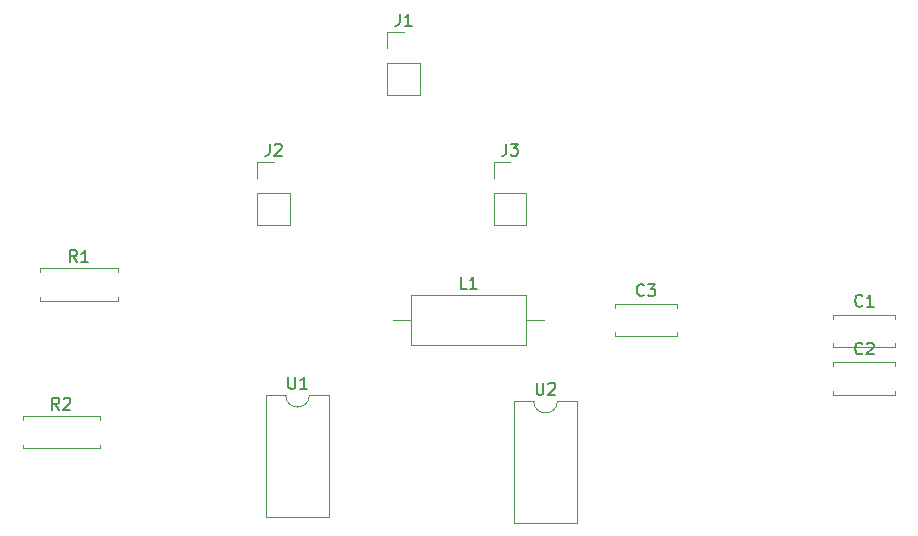
<source format=gbr>
%TF.GenerationSoftware,KiCad,Pcbnew,9.0.3-9.0.3-0~ubuntu24.04.1*%
%TF.CreationDate,2025-12-18T18:23:40+05:30*%
%TF.ProjectId,Class_D_Amp_Discrete,436c6173-735f-4445-9f41-6d705f446973,rev?*%
%TF.SameCoordinates,Original*%
%TF.FileFunction,Legend,Top*%
%TF.FilePolarity,Positive*%
%FSLAX46Y46*%
G04 Gerber Fmt 4.6, Leading zero omitted, Abs format (unit mm)*
G04 Created by KiCad (PCBNEW 9.0.3-9.0.3-0~ubuntu24.04.1) date 2025-12-18 18:23:40*
%MOMM*%
%LPD*%
G01*
G04 APERTURE LIST*
%ADD10C,0.150000*%
%ADD11C,0.120000*%
G04 APERTURE END LIST*
D10*
X135333333Y-97584819D02*
X135000000Y-97108628D01*
X134761905Y-97584819D02*
X134761905Y-96584819D01*
X134761905Y-96584819D02*
X135142857Y-96584819D01*
X135142857Y-96584819D02*
X135238095Y-96632438D01*
X135238095Y-96632438D02*
X135285714Y-96680057D01*
X135285714Y-96680057D02*
X135333333Y-96775295D01*
X135333333Y-96775295D02*
X135333333Y-96918152D01*
X135333333Y-96918152D02*
X135285714Y-97013390D01*
X135285714Y-97013390D02*
X135238095Y-97061009D01*
X135238095Y-97061009D02*
X135142857Y-97108628D01*
X135142857Y-97108628D02*
X134761905Y-97108628D01*
X135714286Y-96680057D02*
X135761905Y-96632438D01*
X135761905Y-96632438D02*
X135857143Y-96584819D01*
X135857143Y-96584819D02*
X136095238Y-96584819D01*
X136095238Y-96584819D02*
X136190476Y-96632438D01*
X136190476Y-96632438D02*
X136238095Y-96680057D01*
X136238095Y-96680057D02*
X136285714Y-96775295D01*
X136285714Y-96775295D02*
X136285714Y-96870533D01*
X136285714Y-96870533D02*
X136238095Y-97013390D01*
X136238095Y-97013390D02*
X135666667Y-97584819D01*
X135666667Y-97584819D02*
X136285714Y-97584819D01*
X136833333Y-85084819D02*
X136500000Y-84608628D01*
X136261905Y-85084819D02*
X136261905Y-84084819D01*
X136261905Y-84084819D02*
X136642857Y-84084819D01*
X136642857Y-84084819D02*
X136738095Y-84132438D01*
X136738095Y-84132438D02*
X136785714Y-84180057D01*
X136785714Y-84180057D02*
X136833333Y-84275295D01*
X136833333Y-84275295D02*
X136833333Y-84418152D01*
X136833333Y-84418152D02*
X136785714Y-84513390D01*
X136785714Y-84513390D02*
X136738095Y-84561009D01*
X136738095Y-84561009D02*
X136642857Y-84608628D01*
X136642857Y-84608628D02*
X136261905Y-84608628D01*
X137785714Y-85084819D02*
X137214286Y-85084819D01*
X137500000Y-85084819D02*
X137500000Y-84084819D01*
X137500000Y-84084819D02*
X137404762Y-84227676D01*
X137404762Y-84227676D02*
X137309524Y-84322914D01*
X137309524Y-84322914D02*
X137214286Y-84370533D01*
X154743095Y-94814819D02*
X154743095Y-95624342D01*
X154743095Y-95624342D02*
X154790714Y-95719580D01*
X154790714Y-95719580D02*
X154838333Y-95767200D01*
X154838333Y-95767200D02*
X154933571Y-95814819D01*
X154933571Y-95814819D02*
X155124047Y-95814819D01*
X155124047Y-95814819D02*
X155219285Y-95767200D01*
X155219285Y-95767200D02*
X155266904Y-95719580D01*
X155266904Y-95719580D02*
X155314523Y-95624342D01*
X155314523Y-95624342D02*
X155314523Y-94814819D01*
X156314523Y-95814819D02*
X155743095Y-95814819D01*
X156028809Y-95814819D02*
X156028809Y-94814819D01*
X156028809Y-94814819D02*
X155933571Y-94957676D01*
X155933571Y-94957676D02*
X155838333Y-95052914D01*
X155838333Y-95052914D02*
X155743095Y-95100533D01*
X175743095Y-95314819D02*
X175743095Y-96124342D01*
X175743095Y-96124342D02*
X175790714Y-96219580D01*
X175790714Y-96219580D02*
X175838333Y-96267200D01*
X175838333Y-96267200D02*
X175933571Y-96314819D01*
X175933571Y-96314819D02*
X176124047Y-96314819D01*
X176124047Y-96314819D02*
X176219285Y-96267200D01*
X176219285Y-96267200D02*
X176266904Y-96219580D01*
X176266904Y-96219580D02*
X176314523Y-96124342D01*
X176314523Y-96124342D02*
X176314523Y-95314819D01*
X176743095Y-95410057D02*
X176790714Y-95362438D01*
X176790714Y-95362438D02*
X176885952Y-95314819D01*
X176885952Y-95314819D02*
X177124047Y-95314819D01*
X177124047Y-95314819D02*
X177219285Y-95362438D01*
X177219285Y-95362438D02*
X177266904Y-95410057D01*
X177266904Y-95410057D02*
X177314523Y-95505295D01*
X177314523Y-95505295D02*
X177314523Y-95600533D01*
X177314523Y-95600533D02*
X177266904Y-95743390D01*
X177266904Y-95743390D02*
X176695476Y-96314819D01*
X176695476Y-96314819D02*
X177314523Y-96314819D01*
X203333333Y-92809580D02*
X203285714Y-92857200D01*
X203285714Y-92857200D02*
X203142857Y-92904819D01*
X203142857Y-92904819D02*
X203047619Y-92904819D01*
X203047619Y-92904819D02*
X202904762Y-92857200D01*
X202904762Y-92857200D02*
X202809524Y-92761961D01*
X202809524Y-92761961D02*
X202761905Y-92666723D01*
X202761905Y-92666723D02*
X202714286Y-92476247D01*
X202714286Y-92476247D02*
X202714286Y-92333390D01*
X202714286Y-92333390D02*
X202761905Y-92142914D01*
X202761905Y-92142914D02*
X202809524Y-92047676D01*
X202809524Y-92047676D02*
X202904762Y-91952438D01*
X202904762Y-91952438D02*
X203047619Y-91904819D01*
X203047619Y-91904819D02*
X203142857Y-91904819D01*
X203142857Y-91904819D02*
X203285714Y-91952438D01*
X203285714Y-91952438D02*
X203333333Y-92000057D01*
X203714286Y-92000057D02*
X203761905Y-91952438D01*
X203761905Y-91952438D02*
X203857143Y-91904819D01*
X203857143Y-91904819D02*
X204095238Y-91904819D01*
X204095238Y-91904819D02*
X204190476Y-91952438D01*
X204190476Y-91952438D02*
X204238095Y-92000057D01*
X204238095Y-92000057D02*
X204285714Y-92095295D01*
X204285714Y-92095295D02*
X204285714Y-92190533D01*
X204285714Y-92190533D02*
X204238095Y-92333390D01*
X204238095Y-92333390D02*
X203666667Y-92904819D01*
X203666667Y-92904819D02*
X204285714Y-92904819D01*
X173166666Y-75074819D02*
X173166666Y-75789104D01*
X173166666Y-75789104D02*
X173119047Y-75931961D01*
X173119047Y-75931961D02*
X173023809Y-76027200D01*
X173023809Y-76027200D02*
X172880952Y-76074819D01*
X172880952Y-76074819D02*
X172785714Y-76074819D01*
X173547619Y-75074819D02*
X174166666Y-75074819D01*
X174166666Y-75074819D02*
X173833333Y-75455771D01*
X173833333Y-75455771D02*
X173976190Y-75455771D01*
X173976190Y-75455771D02*
X174071428Y-75503390D01*
X174071428Y-75503390D02*
X174119047Y-75551009D01*
X174119047Y-75551009D02*
X174166666Y-75646247D01*
X174166666Y-75646247D02*
X174166666Y-75884342D01*
X174166666Y-75884342D02*
X174119047Y-75979580D01*
X174119047Y-75979580D02*
X174071428Y-76027200D01*
X174071428Y-76027200D02*
X173976190Y-76074819D01*
X173976190Y-76074819D02*
X173690476Y-76074819D01*
X173690476Y-76074819D02*
X173595238Y-76027200D01*
X173595238Y-76027200D02*
X173547619Y-75979580D01*
X153166666Y-75074819D02*
X153166666Y-75789104D01*
X153166666Y-75789104D02*
X153119047Y-75931961D01*
X153119047Y-75931961D02*
X153023809Y-76027200D01*
X153023809Y-76027200D02*
X152880952Y-76074819D01*
X152880952Y-76074819D02*
X152785714Y-76074819D01*
X153595238Y-75170057D02*
X153642857Y-75122438D01*
X153642857Y-75122438D02*
X153738095Y-75074819D01*
X153738095Y-75074819D02*
X153976190Y-75074819D01*
X153976190Y-75074819D02*
X154071428Y-75122438D01*
X154071428Y-75122438D02*
X154119047Y-75170057D01*
X154119047Y-75170057D02*
X154166666Y-75265295D01*
X154166666Y-75265295D02*
X154166666Y-75360533D01*
X154166666Y-75360533D02*
X154119047Y-75503390D01*
X154119047Y-75503390D02*
X153547619Y-76074819D01*
X153547619Y-76074819D02*
X154166666Y-76074819D01*
X164166666Y-64074819D02*
X164166666Y-64789104D01*
X164166666Y-64789104D02*
X164119047Y-64931961D01*
X164119047Y-64931961D02*
X164023809Y-65027200D01*
X164023809Y-65027200D02*
X163880952Y-65074819D01*
X163880952Y-65074819D02*
X163785714Y-65074819D01*
X165166666Y-65074819D02*
X164595238Y-65074819D01*
X164880952Y-65074819D02*
X164880952Y-64074819D01*
X164880952Y-64074819D02*
X164785714Y-64217676D01*
X164785714Y-64217676D02*
X164690476Y-64312914D01*
X164690476Y-64312914D02*
X164595238Y-64360533D01*
X169828333Y-87334819D02*
X169352143Y-87334819D01*
X169352143Y-87334819D02*
X169352143Y-86334819D01*
X170685476Y-87334819D02*
X170114048Y-87334819D01*
X170399762Y-87334819D02*
X170399762Y-86334819D01*
X170399762Y-86334819D02*
X170304524Y-86477676D01*
X170304524Y-86477676D02*
X170209286Y-86572914D01*
X170209286Y-86572914D02*
X170114048Y-86620533D01*
X184833333Y-87859580D02*
X184785714Y-87907200D01*
X184785714Y-87907200D02*
X184642857Y-87954819D01*
X184642857Y-87954819D02*
X184547619Y-87954819D01*
X184547619Y-87954819D02*
X184404762Y-87907200D01*
X184404762Y-87907200D02*
X184309524Y-87811961D01*
X184309524Y-87811961D02*
X184261905Y-87716723D01*
X184261905Y-87716723D02*
X184214286Y-87526247D01*
X184214286Y-87526247D02*
X184214286Y-87383390D01*
X184214286Y-87383390D02*
X184261905Y-87192914D01*
X184261905Y-87192914D02*
X184309524Y-87097676D01*
X184309524Y-87097676D02*
X184404762Y-87002438D01*
X184404762Y-87002438D02*
X184547619Y-86954819D01*
X184547619Y-86954819D02*
X184642857Y-86954819D01*
X184642857Y-86954819D02*
X184785714Y-87002438D01*
X184785714Y-87002438D02*
X184833333Y-87050057D01*
X185166667Y-86954819D02*
X185785714Y-86954819D01*
X185785714Y-86954819D02*
X185452381Y-87335771D01*
X185452381Y-87335771D02*
X185595238Y-87335771D01*
X185595238Y-87335771D02*
X185690476Y-87383390D01*
X185690476Y-87383390D02*
X185738095Y-87431009D01*
X185738095Y-87431009D02*
X185785714Y-87526247D01*
X185785714Y-87526247D02*
X185785714Y-87764342D01*
X185785714Y-87764342D02*
X185738095Y-87859580D01*
X185738095Y-87859580D02*
X185690476Y-87907200D01*
X185690476Y-87907200D02*
X185595238Y-87954819D01*
X185595238Y-87954819D02*
X185309524Y-87954819D01*
X185309524Y-87954819D02*
X185214286Y-87907200D01*
X185214286Y-87907200D02*
X185166667Y-87859580D01*
X203333333Y-88759580D02*
X203285714Y-88807200D01*
X203285714Y-88807200D02*
X203142857Y-88854819D01*
X203142857Y-88854819D02*
X203047619Y-88854819D01*
X203047619Y-88854819D02*
X202904762Y-88807200D01*
X202904762Y-88807200D02*
X202809524Y-88711961D01*
X202809524Y-88711961D02*
X202761905Y-88616723D01*
X202761905Y-88616723D02*
X202714286Y-88426247D01*
X202714286Y-88426247D02*
X202714286Y-88283390D01*
X202714286Y-88283390D02*
X202761905Y-88092914D01*
X202761905Y-88092914D02*
X202809524Y-87997676D01*
X202809524Y-87997676D02*
X202904762Y-87902438D01*
X202904762Y-87902438D02*
X203047619Y-87854819D01*
X203047619Y-87854819D02*
X203142857Y-87854819D01*
X203142857Y-87854819D02*
X203285714Y-87902438D01*
X203285714Y-87902438D02*
X203333333Y-87950057D01*
X204285714Y-88854819D02*
X203714286Y-88854819D01*
X204000000Y-88854819D02*
X204000000Y-87854819D01*
X204000000Y-87854819D02*
X203904762Y-87997676D01*
X203904762Y-87997676D02*
X203809524Y-88092914D01*
X203809524Y-88092914D02*
X203714286Y-88140533D01*
D11*
%TO.C,R2*%
X132230000Y-98130000D02*
X138770000Y-98130000D01*
X132230000Y-98460000D02*
X132230000Y-98130000D01*
X132230000Y-100540000D02*
X132230000Y-100870000D01*
X132230000Y-100870000D02*
X138770000Y-100870000D01*
X138770000Y-98130000D02*
X138770000Y-98460000D01*
X138770000Y-100870000D02*
X138770000Y-100540000D01*
%TO.C,R1*%
X133730000Y-85630000D02*
X140270000Y-85630000D01*
X133730000Y-85960000D02*
X133730000Y-85630000D01*
X133730000Y-88040000D02*
X133730000Y-88370000D01*
X133730000Y-88370000D02*
X140270000Y-88370000D01*
X140270000Y-85630000D02*
X140270000Y-85960000D01*
X140270000Y-88370000D02*
X140270000Y-88040000D01*
%TO.C,U1*%
X152855000Y-96360000D02*
X152855000Y-106640000D01*
X152855000Y-106640000D02*
X158155000Y-106640000D01*
X154505000Y-96360000D02*
X152855000Y-96360000D01*
X158155000Y-96360000D02*
X156505000Y-96360000D01*
X158155000Y-106640000D02*
X158155000Y-96360000D01*
X156505000Y-96360000D02*
G75*
G02*
X154505000Y-96360000I-1000000J0D01*
G01*
%TO.C,U2*%
X177505000Y-96860000D02*
G75*
G02*
X175505000Y-96860000I-1000000J0D01*
G01*
X179155000Y-107140000D02*
X179155000Y-96860000D01*
X179155000Y-96860000D02*
X177505000Y-96860000D01*
X175505000Y-96860000D02*
X173855000Y-96860000D01*
X173855000Y-107140000D02*
X179155000Y-107140000D01*
X173855000Y-96860000D02*
X173855000Y-107140000D01*
%TO.C,C2*%
X200880000Y-93580000D02*
X206120000Y-93580000D01*
X200880000Y-93917000D02*
X200880000Y-93580000D01*
X200880000Y-96320000D02*
X200880000Y-95983000D01*
X206120000Y-93580000D02*
X206120000Y-93917000D01*
X206120000Y-95983000D02*
X206120000Y-96320000D01*
X206120000Y-96320000D02*
X200880000Y-96320000D01*
%TO.C,J3*%
X174880000Y-79270000D02*
X174880000Y-81920000D01*
X172120000Y-81920000D02*
X174880000Y-81920000D01*
X172120000Y-79270000D02*
X174880000Y-79270000D01*
X172120000Y-79270000D02*
X172120000Y-81920000D01*
X172120000Y-78000000D02*
X172120000Y-76620000D01*
X172120000Y-76620000D02*
X173500000Y-76620000D01*
%TO.C,J2*%
X154880000Y-79270000D02*
X154880000Y-81920000D01*
X152120000Y-81920000D02*
X154880000Y-81920000D01*
X152120000Y-79270000D02*
X154880000Y-79270000D01*
X152120000Y-79270000D02*
X152120000Y-81920000D01*
X152120000Y-78000000D02*
X152120000Y-76620000D01*
X152120000Y-76620000D02*
X153500000Y-76620000D01*
%TO.C,J1*%
X165880000Y-68270000D02*
X165880000Y-70920000D01*
X163120000Y-70920000D02*
X165880000Y-70920000D01*
X163120000Y-68270000D02*
X165880000Y-68270000D01*
X163120000Y-68270000D02*
X163120000Y-70920000D01*
X163120000Y-67000000D02*
X163120000Y-65620000D01*
X163120000Y-65620000D02*
X164500000Y-65620000D01*
%TO.C,L1*%
X165125000Y-87880000D02*
X174865000Y-87880000D01*
X174865000Y-92120000D01*
X165125000Y-92120000D01*
X165125000Y-87880000D01*
X176375000Y-90000000D02*
X174865000Y-90000000D01*
X163615000Y-90000000D02*
X165125000Y-90000000D01*
%TO.C,C3*%
X187620000Y-91370000D02*
X182380000Y-91370000D01*
X187620000Y-91033000D02*
X187620000Y-91370000D01*
X187620000Y-88630000D02*
X187620000Y-88967000D01*
X182380000Y-91370000D02*
X182380000Y-91033000D01*
X182380000Y-88967000D02*
X182380000Y-88630000D01*
X182380000Y-88630000D02*
X187620000Y-88630000D01*
%TO.C,C1*%
X206120000Y-92270000D02*
X200880000Y-92270000D01*
X206120000Y-91933000D02*
X206120000Y-92270000D01*
X206120000Y-89530000D02*
X206120000Y-89867000D01*
X200880000Y-92270000D02*
X200880000Y-91933000D01*
X200880000Y-89867000D02*
X200880000Y-89530000D01*
X200880000Y-89530000D02*
X206120000Y-89530000D01*
%TD*%
M02*

</source>
